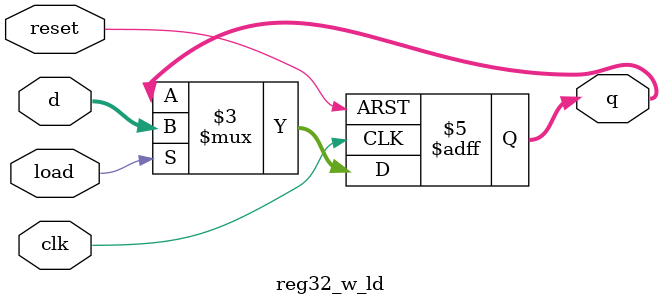
<source format=v>
`timescale 1ns / 1ps
/****************************** C E C S  4 4 0 ******************************
 * 
 * File Name:  reg32_w_ld.v
 * Project:    Lab_Assignment_1
 * Designer:   Chanartip Soonthornwan, Jonathan Shihata
 * Email:      Chanartip.Soonthornwan@gmail.com, JonnyShihata@gmail.com
 * Rev. No.:   Version 1.0
 * Rev. Date:  Date 9/29/2017
 *
 * Rev. No.:   Version 2.0
 * Rev. Date:  Current Rev. Date 10/10/2017
 *    Notes:   - change port list to be reuseable as 32-bit register module
 *
 * Purpose:    A register to hold 32-bit result until load enable(load)
 *             allows data input(d) to overwritten previous value.
 *         
 * Notes:      This register operates on the active edge of the clock
 *             signal input (clk). If the load enable (load) is HIGH,
 *             the register will hold the new data input instead.
 *
 ****************************************************************************/
 module reg32_w_ld (clk, reset, load, d, q);
 
   input      clk, reset;                // on-board clock, and reset signal
   input            load;                // load enable
   input      [31:0]   d;                // data inputs
   output reg [31:0]   q;                // data outputs
   
   always @ (posedge clk, posedge reset)
      if(reset) q <= 32'b0;   else     // reset
      if(load)  q <=     d;            // assign new value
      else      q <=     q;            // keep previous value

endmodule

</source>
